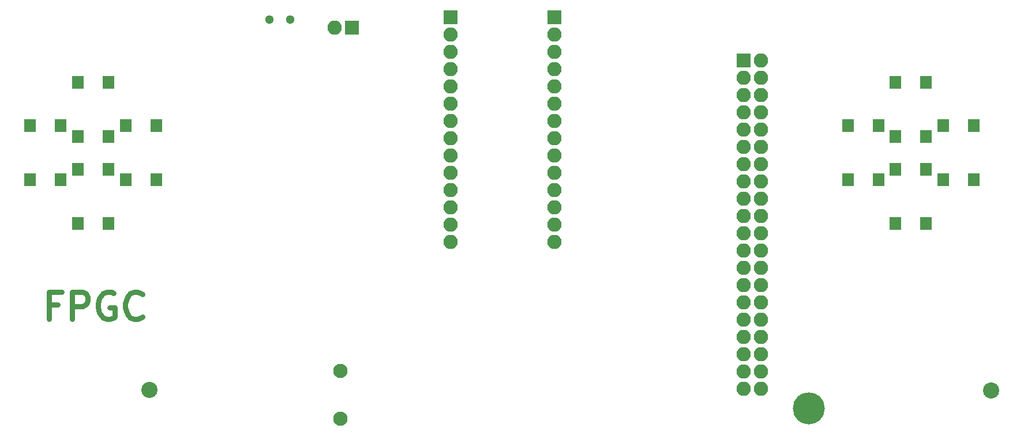
<source format=gts>
G04 #@! TF.FileFunction,Soldermask,Top*
%FSLAX46Y46*%
G04 Gerber Fmt 4.6, Leading zero omitted, Abs format (unit mm)*
G04 Created by KiCad (PCBNEW 4.0.7-e0-6372~58~ubuntu16.10.1) date Tue Sep 25 01:01:21 2018*
%MOMM*%
%LPD*%
G01*
G04 APERTURE LIST*
%ADD10C,0.100000*%
%ADD11C,0.800000*%
%ADD12R,2.100000X2.100000*%
%ADD13O,2.100000X2.100000*%
%ADD14R,1.700000X1.950000*%
%ADD15C,2.100000*%
%ADD16C,2.380000*%
%ADD17C,1.300000*%
%ADD18C,4.700000*%
G04 APERTURE END LIST*
D10*
D11*
X74821429Y-93764286D02*
X73488096Y-93764286D01*
X73488096Y-95859524D02*
X73488096Y-91859524D01*
X75392858Y-91859524D01*
X76916667Y-95859524D02*
X76916667Y-91859524D01*
X78440476Y-91859524D01*
X78821429Y-92050000D01*
X79011905Y-92240476D01*
X79202381Y-92621429D01*
X79202381Y-93192857D01*
X79011905Y-93573810D01*
X78821429Y-93764286D01*
X78440476Y-93954762D01*
X76916667Y-93954762D01*
X83011905Y-92050000D02*
X82630953Y-91859524D01*
X82059524Y-91859524D01*
X81488096Y-92050000D01*
X81107143Y-92430952D01*
X80916667Y-92811905D01*
X80726191Y-93573810D01*
X80726191Y-94145238D01*
X80916667Y-94907143D01*
X81107143Y-95288095D01*
X81488096Y-95669048D01*
X82059524Y-95859524D01*
X82440476Y-95859524D01*
X83011905Y-95669048D01*
X83202381Y-95478571D01*
X83202381Y-94145238D01*
X82440476Y-94145238D01*
X87202381Y-95478571D02*
X87011905Y-95669048D01*
X86440476Y-95859524D01*
X86059524Y-95859524D01*
X85488096Y-95669048D01*
X85107143Y-95288095D01*
X84916667Y-94907143D01*
X84726191Y-94145238D01*
X84726191Y-93573810D01*
X84916667Y-92811905D01*
X85107143Y-92430952D01*
X85488096Y-92050000D01*
X86059524Y-91859524D01*
X86440476Y-91859524D01*
X87011905Y-92050000D01*
X87202381Y-92240476D01*
D12*
X175460000Y-57800000D03*
D13*
X178000000Y-57800000D03*
X175460000Y-60340000D03*
X178000000Y-60340000D03*
X175460000Y-62880000D03*
X178000000Y-62880000D03*
X175460000Y-65420000D03*
X178000000Y-65420000D03*
X175460000Y-67960000D03*
X178000000Y-67960000D03*
X175460000Y-70500000D03*
X178000000Y-70500000D03*
X175460000Y-73040000D03*
X178000000Y-73040000D03*
X175460000Y-75580000D03*
X178000000Y-75580000D03*
X175460000Y-78120000D03*
X178000000Y-78120000D03*
X175460000Y-80660000D03*
X178000000Y-80660000D03*
X175460000Y-83200000D03*
X178000000Y-83200000D03*
X175460000Y-85740000D03*
X178000000Y-85740000D03*
X175460000Y-88280000D03*
X178000000Y-88280000D03*
X175460000Y-90820000D03*
X178000000Y-90820000D03*
X175460000Y-93360000D03*
X178000000Y-93360000D03*
X175460000Y-95900000D03*
X178000000Y-95900000D03*
X175460000Y-98440000D03*
X178000000Y-98440000D03*
X175460000Y-100980000D03*
X178000000Y-100980000D03*
X175460000Y-103520000D03*
X178000000Y-103520000D03*
X175460000Y-106060000D03*
X178000000Y-106060000D03*
D12*
X147650000Y-51499610D03*
D13*
X147650000Y-54039610D03*
X147650000Y-56579610D03*
X147650000Y-59119610D03*
X147650000Y-61659610D03*
X147650000Y-64199610D03*
X147650000Y-66739610D03*
X147650000Y-69279610D03*
X147650000Y-71819610D03*
X147650000Y-74359610D03*
X147650000Y-76899610D03*
X147650000Y-79439610D03*
X147650000Y-81979610D03*
X147650000Y-84519610D03*
D12*
X132410000Y-51499610D03*
D13*
X132410000Y-54039610D03*
X132410000Y-56579610D03*
X132410000Y-59119610D03*
X132410000Y-61659610D03*
X132410000Y-64199610D03*
X132410000Y-66739610D03*
X132410000Y-69279610D03*
X132410000Y-71819610D03*
X132410000Y-74359610D03*
X132410000Y-76899610D03*
X132410000Y-79439610D03*
X132410000Y-81979610D03*
X132410000Y-84519610D03*
D14*
X209250000Y-67425000D03*
X209250000Y-75375000D03*
X204750000Y-67425000D03*
X204750000Y-75375000D03*
X202250000Y-73800000D03*
X202250000Y-81750000D03*
X197750000Y-73800000D03*
X197750000Y-81750000D03*
X77750000Y-81750000D03*
X77750000Y-73800000D03*
X82250000Y-81750000D03*
X82250000Y-73800000D03*
X70750000Y-75375000D03*
X70750000Y-67425000D03*
X75250000Y-75375000D03*
X75250000Y-67425000D03*
X84750000Y-75375000D03*
X84750000Y-67425000D03*
X89250000Y-75375000D03*
X89250000Y-67425000D03*
X77750000Y-68975000D03*
X77750000Y-61025000D03*
X82250000Y-68975000D03*
X82250000Y-61025000D03*
X202250000Y-61025000D03*
X202250000Y-68975000D03*
X197750000Y-61025000D03*
X197750000Y-68975000D03*
X195250000Y-67400000D03*
X195250000Y-75350000D03*
X190750000Y-67400000D03*
X190750000Y-75350000D03*
D15*
X116250000Y-110450000D03*
X116250000Y-103450000D03*
D12*
X118000000Y-53000000D03*
D13*
X115460000Y-53000000D03*
D16*
X211820000Y-106360000D03*
X88220000Y-106260000D03*
D17*
X105900000Y-51800000D03*
X108900000Y-51800000D03*
D18*
X185000000Y-109000000D03*
M02*

</source>
